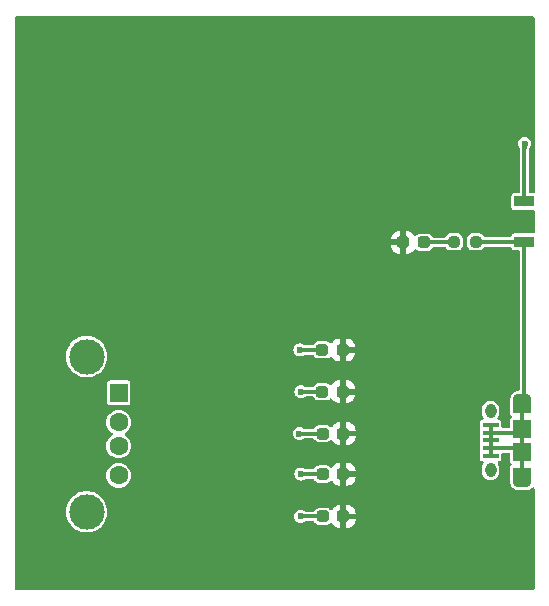
<source format=gbr>
%TF.GenerationSoftware,KiCad,Pcbnew,8.0.0*%
%TF.CreationDate,2024-02-28T17:19:02+01:00*%
%TF.ProjectId,carte-test-cable-usb,63617274-652d-4746-9573-742d6361626c,rev?*%
%TF.SameCoordinates,Original*%
%TF.FileFunction,Copper,L1,Top*%
%TF.FilePolarity,Positive*%
%FSLAX46Y46*%
G04 Gerber Fmt 4.6, Leading zero omitted, Abs format (unit mm)*
G04 Created by KiCad (PCBNEW 8.0.0) date 2024-02-28 17:19:02*
%MOMM*%
%LPD*%
G01*
G04 APERTURE LIST*
G04 Aperture macros list*
%AMRoundRect*
0 Rectangle with rounded corners*
0 $1 Rounding radius*
0 $2 $3 $4 $5 $6 $7 $8 $9 X,Y pos of 4 corners*
0 Add a 4 corners polygon primitive as box body*
4,1,4,$2,$3,$4,$5,$6,$7,$8,$9,$2,$3,0*
0 Add four circle primitives for the rounded corners*
1,1,$1+$1,$2,$3*
1,1,$1+$1,$4,$5*
1,1,$1+$1,$6,$7*
1,1,$1+$1,$8,$9*
0 Add four rect primitives between the rounded corners*
20,1,$1+$1,$2,$3,$4,$5,0*
20,1,$1+$1,$4,$5,$6,$7,0*
20,1,$1+$1,$6,$7,$8,$9,0*
20,1,$1+$1,$8,$9,$2,$3,0*%
G04 Aperture macros list end*
%TA.AperFunction,SMDPad,CuDef*%
%ADD10RoundRect,0.237500X0.250000X0.237500X-0.250000X0.237500X-0.250000X-0.237500X0.250000X-0.237500X0*%
%TD*%
%TA.AperFunction,SMDPad,CuDef*%
%ADD11R,1.700000X0.900000*%
%TD*%
%TA.AperFunction,SMDPad,CuDef*%
%ADD12R,1.350000X0.400000*%
%TD*%
%TA.AperFunction,ComponentPad*%
%ADD13O,1.550000X0.890000*%
%TD*%
%TA.AperFunction,SMDPad,CuDef*%
%ADD14R,1.550000X1.200000*%
%TD*%
%TA.AperFunction,ComponentPad*%
%ADD15O,0.950000X1.250000*%
%TD*%
%TA.AperFunction,SMDPad,CuDef*%
%ADD16R,1.550000X1.500000*%
%TD*%
%TA.AperFunction,ComponentPad*%
%ADD17R,1.500000X1.600000*%
%TD*%
%TA.AperFunction,ComponentPad*%
%ADD18C,1.600000*%
%TD*%
%TA.AperFunction,ComponentPad*%
%ADD19C,3.000000*%
%TD*%
%TA.AperFunction,SMDPad,CuDef*%
%ADD20RoundRect,0.237500X0.287500X0.237500X-0.287500X0.237500X-0.287500X-0.237500X0.287500X-0.237500X0*%
%TD*%
%TA.AperFunction,SMDPad,CuDef*%
%ADD21RoundRect,0.237500X-0.287500X-0.237500X0.287500X-0.237500X0.287500X0.237500X-0.287500X0.237500X0*%
%TD*%
%TA.AperFunction,ViaPad*%
%ADD22C,0.600000*%
%TD*%
%TA.AperFunction,Conductor*%
%ADD23C,0.300000*%
%TD*%
G04 APERTURE END LIST*
D10*
%TO.P,R1,1*%
%TO.N,/Vcc*%
X158222500Y-88220000D03*
%TO.P,R1,2*%
%TO.N,Net-(D1-A)*%
X156397500Y-88220000D03*
%TD*%
D11*
%TO.P,JP1,1,A*%
%TO.N,Net-(BT1-+)*%
X162350000Y-84800000D03*
%TO.P,JP1,2,B*%
%TO.N,/Vcc*%
X162350000Y-88200000D03*
%TD*%
D12*
%TO.P,J2,1,VBUS*%
%TO.N,/Vcc*%
X159483037Y-106336607D03*
%TO.P,J2,2,D-*%
X159483037Y-105686607D03*
%TO.P,J2,3,D+*%
X159483037Y-105036607D03*
%TO.P,J2,4,ID*%
X159483037Y-104386607D03*
%TO.P,J2,5,GND*%
X159483037Y-103736607D03*
D13*
%TO.P,J2,6,Shield*%
X162183037Y-108536607D03*
D14*
X162183037Y-107936607D03*
D15*
X159483037Y-107536607D03*
D16*
X162183037Y-106036607D03*
X162183037Y-104036607D03*
D15*
X159483037Y-102536607D03*
D14*
X162183037Y-102136607D03*
D13*
X162183037Y-101536607D03*
%TD*%
D17*
%TO.P,J1,1,VBUS*%
%TO.N,Net-(J1-VBUS)*%
X128000000Y-101000000D03*
D18*
%TO.P,J1,2,D-*%
%TO.N,Net-(J1-D-)*%
X128000000Y-103500000D03*
%TO.P,J1,3,D+*%
%TO.N,Net-(J1-D+)*%
X128000000Y-105500000D03*
%TO.P,J1,4,GND*%
%TO.N,Net-(J1-GND)*%
X128000000Y-108000000D03*
D19*
%TO.P,J1,5,Shield*%
%TO.N,Net-(J1-Shield)*%
X125290000Y-97930000D03*
X125290000Y-111070000D03*
%TD*%
D20*
%TO.P,D6,2,A*%
%TO.N,Net-(D6-A)*%
X145250000Y-100900000D03*
%TO.P,D6,1,K*%
%TO.N,/Gnd*%
X147000000Y-100900000D03*
%TD*%
%TO.P,D5,2,A*%
%TO.N,Net-(D5-A)*%
X145280000Y-107880000D03*
%TO.P,D5,1,K*%
%TO.N,/Gnd*%
X147030000Y-107880000D03*
%TD*%
%TO.P,D4,1,K*%
%TO.N,/Gnd*%
X147030000Y-104450000D03*
%TO.P,D4,2,A*%
%TO.N,Net-(D4-A)*%
X145280000Y-104450000D03*
%TD*%
%TO.P,D3,2,A*%
%TO.N,Net-(D3-A)*%
X145280000Y-111470000D03*
%TO.P,D3,1,K*%
%TO.N,/Gnd*%
X147030000Y-111470000D03*
%TD*%
%TO.P,D2,2,A*%
%TO.N,Net-(D2-A)*%
X145250000Y-97370000D03*
%TO.P,D2,1,K*%
%TO.N,/Gnd*%
X147000000Y-97370000D03*
%TD*%
D21*
%TO.P,D1,1,K*%
%TO.N,/Gnd*%
X152090000Y-88260000D03*
%TO.P,D1,2,A*%
%TO.N,Net-(D1-A)*%
X153840000Y-88260000D03*
%TD*%
D22*
%TO.N,/Gnd*%
X130680000Y-85060000D03*
%TO.N,Net-(BT1-+)*%
X162370000Y-79900000D03*
%TO.N,Net-(D3-A)*%
X143400000Y-111460000D03*
%TO.N,Net-(D5-A)*%
X143440000Y-107880000D03*
%TO.N,Net-(D4-A)*%
X143300000Y-104450000D03*
%TO.N,Net-(D6-A)*%
X143430000Y-100900000D03*
%TO.N,Net-(D2-A)*%
X143350000Y-97370000D03*
%TD*%
D23*
%TO.N,/Vcc*%
X158222500Y-88220000D02*
X162330000Y-88220000D01*
X162330000Y-88220000D02*
X162350000Y-88200000D01*
X162330000Y-88180000D02*
X162350000Y-88200000D01*
X161833037Y-105686607D02*
X162183037Y-106036607D01*
X159483037Y-105686607D02*
X161833037Y-105686607D01*
X161833037Y-104386607D02*
X162183037Y-104036607D01*
X159483037Y-104386607D02*
X161833037Y-104386607D01*
X159483037Y-106336607D02*
X159483037Y-105686607D01*
X159483037Y-105686607D02*
X159483037Y-105036607D01*
X159483037Y-105036607D02*
X159483037Y-104386607D01*
X159483037Y-103736607D02*
X159483037Y-104386607D01*
X162183037Y-106036607D02*
X162183037Y-107936607D01*
X162183037Y-104036607D02*
X162183037Y-106036607D01*
X162183037Y-102136607D02*
X162183037Y-104036607D01*
X162350000Y-101969644D02*
X162183037Y-102136607D01*
X162350000Y-88200000D02*
X162350000Y-101969644D01*
%TO.N,Net-(BT1-+)*%
X162350000Y-80270000D02*
X162350000Y-84800000D01*
X162370000Y-79900000D02*
X162370000Y-80250000D01*
X162370000Y-80250000D02*
X162350000Y-80270000D01*
%TO.N,Net-(D1-A)*%
X156357500Y-88260000D02*
X156397500Y-88220000D01*
X153840000Y-88260000D02*
X156357500Y-88260000D01*
%TO.N,Net-(D3-A)*%
X143410000Y-111470000D02*
X143400000Y-111460000D01*
X145280000Y-111470000D02*
X143410000Y-111470000D01*
%TO.N,Net-(D5-A)*%
X145280000Y-107880000D02*
X143440000Y-107880000D01*
%TO.N,Net-(D4-A)*%
X145280000Y-104450000D02*
X143300000Y-104450000D01*
%TO.N,Net-(D6-A)*%
X145250000Y-100900000D02*
X143430000Y-100900000D01*
%TO.N,Net-(D2-A)*%
X145250000Y-97370000D02*
X143350000Y-97370000D01*
%TD*%
%TA.AperFunction,Conductor*%
%TO.N,/Gnd*%
G36*
X163152539Y-69150185D02*
G01*
X163198294Y-69202989D01*
X163209500Y-69254500D01*
X163209500Y-83975500D01*
X163189815Y-84042539D01*
X163137011Y-84088294D01*
X163085500Y-84099500D01*
X162874500Y-84099500D01*
X162807461Y-84079815D01*
X162761706Y-84027011D01*
X162750500Y-83975500D01*
X162750500Y-80393693D01*
X162754725Y-80361601D01*
X162772504Y-80295246D01*
X162793901Y-80251854D01*
X162850861Y-80177625D01*
X162906330Y-80043709D01*
X162925250Y-79900000D01*
X162906330Y-79756291D01*
X162850861Y-79622375D01*
X162762621Y-79507379D01*
X162647625Y-79419139D01*
X162647624Y-79419138D01*
X162647622Y-79419137D01*
X162513712Y-79363671D01*
X162513710Y-79363670D01*
X162513709Y-79363670D01*
X162441854Y-79354210D01*
X162370001Y-79344750D01*
X162369999Y-79344750D01*
X162226291Y-79363670D01*
X162226287Y-79363671D01*
X162092377Y-79419137D01*
X161977379Y-79507379D01*
X161889137Y-79622377D01*
X161833671Y-79756287D01*
X161833670Y-79756291D01*
X161814750Y-79899999D01*
X161814750Y-79900000D01*
X161833670Y-80043708D01*
X161833671Y-80043712D01*
X161889137Y-80177622D01*
X161889138Y-80177624D01*
X161889139Y-80177625D01*
X161923875Y-80222894D01*
X161949070Y-80288061D01*
X161949500Y-80298380D01*
X161949500Y-83975500D01*
X161929815Y-84042539D01*
X161877011Y-84088294D01*
X161825500Y-84099500D01*
X161475323Y-84099500D01*
X161402264Y-84114032D01*
X161402260Y-84114033D01*
X161319399Y-84169399D01*
X161264033Y-84252260D01*
X161264032Y-84252264D01*
X161249500Y-84325321D01*
X161249500Y-85274678D01*
X161264032Y-85347735D01*
X161264033Y-85347739D01*
X161264034Y-85347740D01*
X161319399Y-85430601D01*
X161402260Y-85485966D01*
X161402264Y-85485967D01*
X161475321Y-85500499D01*
X161475324Y-85500500D01*
X161475326Y-85500500D01*
X163085500Y-85500500D01*
X163152539Y-85520185D01*
X163198294Y-85572989D01*
X163209500Y-85624500D01*
X163209500Y-87375500D01*
X163189815Y-87442539D01*
X163137011Y-87488294D01*
X163085500Y-87499500D01*
X161475323Y-87499500D01*
X161402264Y-87514032D01*
X161402260Y-87514033D01*
X161319399Y-87569399D01*
X161264033Y-87652260D01*
X161264032Y-87652263D01*
X161250620Y-87719692D01*
X161218235Y-87781603D01*
X161157519Y-87816177D01*
X161129003Y-87819500D01*
X159018639Y-87819500D01*
X158951600Y-87799815D01*
X158911122Y-87753101D01*
X158909463Y-87754007D01*
X158905212Y-87746222D01*
X158889569Y-87725326D01*
X158821116Y-87633884D01*
X158734975Y-87569399D01*
X158708780Y-87549789D01*
X158708778Y-87549788D01*
X158682144Y-87539854D01*
X158577299Y-87500748D01*
X158519190Y-87494500D01*
X158519174Y-87494500D01*
X157925826Y-87494500D01*
X157925809Y-87494500D01*
X157867700Y-87500748D01*
X157736219Y-87549789D01*
X157623884Y-87633884D01*
X157539789Y-87746219D01*
X157490748Y-87877700D01*
X157484500Y-87935809D01*
X157484500Y-88504190D01*
X157490748Y-88562299D01*
X157512573Y-88620812D01*
X157539788Y-88693778D01*
X157623884Y-88806116D01*
X157736222Y-88890212D01*
X157816583Y-88920185D01*
X157867700Y-88939251D01*
X157925809Y-88945499D01*
X157925826Y-88945500D01*
X158519174Y-88945500D01*
X158519190Y-88945499D01*
X158577299Y-88939251D01*
X158708778Y-88890212D01*
X158821116Y-88806116D01*
X158905212Y-88693778D01*
X158905213Y-88693774D01*
X158909463Y-88685993D01*
X158912545Y-88687676D01*
X158944374Y-88645199D01*
X159009850Y-88620812D01*
X159018639Y-88620500D01*
X161136960Y-88620500D01*
X161203999Y-88640185D01*
X161249754Y-88692989D01*
X161258577Y-88720309D01*
X161264032Y-88747736D01*
X161264033Y-88747739D01*
X161264034Y-88747740D01*
X161319399Y-88830601D01*
X161380478Y-88871412D01*
X161402260Y-88885966D01*
X161402264Y-88885967D01*
X161475321Y-88900499D01*
X161475324Y-88900500D01*
X161475326Y-88900500D01*
X161825500Y-88900500D01*
X161892539Y-88920185D01*
X161938294Y-88972989D01*
X161949500Y-89024500D01*
X161949500Y-100717107D01*
X161929815Y-100784146D01*
X161877011Y-100829901D01*
X161825500Y-100841107D01*
X161784534Y-100841107D01*
X161650172Y-100867833D01*
X161650162Y-100867836D01*
X161523600Y-100920259D01*
X161523587Y-100920266D01*
X161409682Y-100996376D01*
X161409678Y-100996379D01*
X161312809Y-101093248D01*
X161312806Y-101093252D01*
X161236696Y-101207157D01*
X161236689Y-101207170D01*
X161184266Y-101333732D01*
X161184263Y-101333742D01*
X161157537Y-101468103D01*
X161157537Y-102761285D01*
X161172069Y-102834342D01*
X161172070Y-102834346D01*
X161172071Y-102834347D01*
X161227436Y-102917208D01*
X161227437Y-102917208D01*
X161227438Y-102917210D01*
X161234154Y-102923926D01*
X161267639Y-102985249D01*
X161262655Y-103054941D01*
X161234154Y-103099288D01*
X161227438Y-103106003D01*
X161172070Y-103188867D01*
X161172069Y-103188871D01*
X161157537Y-103261928D01*
X161157537Y-103862107D01*
X161137852Y-103929146D01*
X161085048Y-103974901D01*
X161033537Y-103986107D01*
X160532537Y-103986107D01*
X160465498Y-103966422D01*
X160419743Y-103913618D01*
X160408537Y-103862107D01*
X160408537Y-103511930D01*
X160408536Y-103511928D01*
X160394004Y-103438871D01*
X160394003Y-103438867D01*
X160338638Y-103356006D01*
X160255777Y-103300641D01*
X160255776Y-103300640D01*
X160255772Y-103300639D01*
X160182715Y-103286107D01*
X160176651Y-103285510D01*
X160176884Y-103283135D01*
X160119964Y-103266422D01*
X160074209Y-103213618D01*
X160064265Y-103144460D01*
X160083901Y-103093216D01*
X160125962Y-103030266D01*
X160125962Y-103030265D01*
X160125966Y-103030260D01*
X160180656Y-102898227D01*
X160208537Y-102758062D01*
X160208537Y-102315152D01*
X160208537Y-102315149D01*
X160180657Y-102174992D01*
X160180656Y-102174991D01*
X160180656Y-102174987D01*
X160125966Y-102042954D01*
X160125965Y-102042953D01*
X160125962Y-102042947D01*
X160046569Y-101924128D01*
X160046566Y-101924124D01*
X159945519Y-101823077D01*
X159945515Y-101823074D01*
X159826696Y-101743681D01*
X159826687Y-101743676D01*
X159694657Y-101688988D01*
X159694651Y-101688986D01*
X159554494Y-101661107D01*
X159554492Y-101661107D01*
X159411582Y-101661107D01*
X159411580Y-101661107D01*
X159271422Y-101688986D01*
X159271416Y-101688988D01*
X159139386Y-101743676D01*
X159139377Y-101743681D01*
X159020558Y-101823074D01*
X159020554Y-101823077D01*
X158919507Y-101924124D01*
X158919504Y-101924128D01*
X158840111Y-102042947D01*
X158840106Y-102042956D01*
X158785418Y-102174986D01*
X158785416Y-102174992D01*
X158757537Y-102315149D01*
X158757537Y-102315152D01*
X158757537Y-102758062D01*
X158757537Y-102758064D01*
X158757536Y-102758064D01*
X158785416Y-102898221D01*
X158785418Y-102898227D01*
X158840106Y-103030257D01*
X158840111Y-103030266D01*
X158882173Y-103093216D01*
X158903051Y-103159894D01*
X158884566Y-103227274D01*
X158832587Y-103273964D01*
X158789254Y-103283796D01*
X158789423Y-103285510D01*
X158783358Y-103286107D01*
X158710301Y-103300639D01*
X158710297Y-103300640D01*
X158627436Y-103356006D01*
X158572070Y-103438867D01*
X158572069Y-103438871D01*
X158557537Y-103511928D01*
X158557537Y-103961280D01*
X158572681Y-104037417D01*
X158572681Y-104085797D01*
X158557537Y-104161933D01*
X158557537Y-104611280D01*
X158572681Y-104687417D01*
X158572681Y-104735797D01*
X158557537Y-104811933D01*
X158557537Y-105261280D01*
X158572681Y-105337417D01*
X158572681Y-105385797D01*
X158557537Y-105461933D01*
X158557537Y-105911280D01*
X158572681Y-105987417D01*
X158572681Y-106035797D01*
X158557537Y-106111933D01*
X158557537Y-106561285D01*
X158572069Y-106634342D01*
X158572070Y-106634346D01*
X158572071Y-106634347D01*
X158627436Y-106717208D01*
X158710297Y-106772573D01*
X158710301Y-106772574D01*
X158781470Y-106786730D01*
X158783363Y-106787107D01*
X158783368Y-106787107D01*
X158789423Y-106787704D01*
X158789189Y-106790078D01*
X158846110Y-106806792D01*
X158891865Y-106859596D01*
X158901809Y-106928754D01*
X158882173Y-106979998D01*
X158840111Y-107042947D01*
X158840106Y-107042956D01*
X158785418Y-107174986D01*
X158785416Y-107174992D01*
X158757537Y-107315149D01*
X158757537Y-107315152D01*
X158757537Y-107758062D01*
X158757537Y-107758064D01*
X158757536Y-107758064D01*
X158785416Y-107898221D01*
X158785418Y-107898227D01*
X158840106Y-108030257D01*
X158840111Y-108030266D01*
X158919504Y-108149085D01*
X158919507Y-108149089D01*
X159020554Y-108250136D01*
X159020558Y-108250139D01*
X159139377Y-108329532D01*
X159139383Y-108329535D01*
X159139384Y-108329536D01*
X159271417Y-108384226D01*
X159271421Y-108384226D01*
X159271422Y-108384227D01*
X159411579Y-108412107D01*
X159411582Y-108412107D01*
X159554494Y-108412107D01*
X159648788Y-108393349D01*
X159694657Y-108384226D01*
X159826690Y-108329536D01*
X159945516Y-108250139D01*
X160046569Y-108149086D01*
X160125966Y-108030260D01*
X160180656Y-107898227D01*
X160208537Y-107758062D01*
X160208537Y-107315152D01*
X160208537Y-107315149D01*
X160180657Y-107174992D01*
X160180656Y-107174991D01*
X160180656Y-107174987D01*
X160138355Y-107072865D01*
X160125967Y-107042956D01*
X160125962Y-107042947D01*
X160083901Y-106979998D01*
X160063023Y-106913320D01*
X160081508Y-106845940D01*
X160133487Y-106799250D01*
X160176819Y-106789417D01*
X160176651Y-106787704D01*
X160182705Y-106787107D01*
X160182711Y-106787107D01*
X160255777Y-106772573D01*
X160338638Y-106717208D01*
X160394003Y-106634347D01*
X160408537Y-106561281D01*
X160408537Y-106211107D01*
X160428222Y-106144068D01*
X160481026Y-106098313D01*
X160532537Y-106087107D01*
X161033537Y-106087107D01*
X161100576Y-106106792D01*
X161146331Y-106159596D01*
X161157537Y-106211107D01*
X161157537Y-106811285D01*
X161172069Y-106884342D01*
X161172070Y-106884346D01*
X161172071Y-106884347D01*
X161227436Y-106967208D01*
X161227437Y-106967208D01*
X161227438Y-106967210D01*
X161234154Y-106973926D01*
X161267639Y-107035249D01*
X161262655Y-107104941D01*
X161234154Y-107149288D01*
X161227438Y-107156003D01*
X161172070Y-107238867D01*
X161172069Y-107238871D01*
X161157537Y-107311928D01*
X161157537Y-107311933D01*
X161157537Y-108468106D01*
X161157537Y-108605108D01*
X161157537Y-108605110D01*
X161157536Y-108605110D01*
X161184263Y-108739471D01*
X161184266Y-108739481D01*
X161236689Y-108866043D01*
X161236696Y-108866056D01*
X161312806Y-108979961D01*
X161312809Y-108979965D01*
X161409678Y-109076834D01*
X161409682Y-109076837D01*
X161523587Y-109152947D01*
X161523600Y-109152954D01*
X161650162Y-109205377D01*
X161650167Y-109205379D01*
X161650171Y-109205379D01*
X161650172Y-109205380D01*
X161784533Y-109232107D01*
X161784536Y-109232107D01*
X162581540Y-109232107D01*
X162671935Y-109214125D01*
X162715907Y-109205379D01*
X162842480Y-109152951D01*
X162956392Y-109076837D01*
X162956395Y-109076834D01*
X162997819Y-109035411D01*
X163059142Y-109001926D01*
X163128834Y-109006910D01*
X163184767Y-109048782D01*
X163209184Y-109114246D01*
X163209500Y-109123092D01*
X163209500Y-117555500D01*
X163189815Y-117622539D01*
X163137011Y-117668294D01*
X163085500Y-117679500D01*
X119334500Y-117679500D01*
X119267461Y-117659815D01*
X119221706Y-117607011D01*
X119210500Y-117555500D01*
X119210500Y-111070004D01*
X123534592Y-111070004D01*
X123554196Y-111331620D01*
X123554197Y-111331625D01*
X123612576Y-111587402D01*
X123612578Y-111587411D01*
X123612580Y-111587416D01*
X123708432Y-111831643D01*
X123839614Y-112058857D01*
X123948583Y-112195500D01*
X124003198Y-112263985D01*
X124128722Y-112380453D01*
X124195521Y-112442433D01*
X124412296Y-112590228D01*
X124412301Y-112590230D01*
X124412302Y-112590231D01*
X124412303Y-112590232D01*
X124537843Y-112650688D01*
X124648673Y-112704061D01*
X124648674Y-112704061D01*
X124648677Y-112704063D01*
X124899385Y-112781396D01*
X125158818Y-112820500D01*
X125421182Y-112820500D01*
X125680615Y-112781396D01*
X125931323Y-112704063D01*
X126167704Y-112590228D01*
X126384479Y-112442433D01*
X126548820Y-112289947D01*
X126576801Y-112263985D01*
X126576801Y-112263983D01*
X126576805Y-112263981D01*
X126740386Y-112058857D01*
X126871568Y-111831643D01*
X126967420Y-111587416D01*
X126996502Y-111460000D01*
X142844750Y-111460000D01*
X142863670Y-111603708D01*
X142863671Y-111603712D01*
X142919137Y-111737622D01*
X142919138Y-111737624D01*
X142919139Y-111737625D01*
X143007379Y-111852621D01*
X143122375Y-111940861D01*
X143122376Y-111940861D01*
X143122377Y-111940862D01*
X143129415Y-111943777D01*
X143256291Y-111996330D01*
X143383280Y-112013048D01*
X143399999Y-112015250D01*
X143400000Y-112015250D01*
X143400001Y-112015250D01*
X143414977Y-112013278D01*
X143543709Y-111996330D01*
X143677625Y-111940861D01*
X143735929Y-111896123D01*
X143801098Y-111870930D01*
X143811414Y-111870500D01*
X144446361Y-111870500D01*
X144513400Y-111890185D01*
X144553877Y-111936898D01*
X144555537Y-111935993D01*
X144559787Y-111943777D01*
X144559788Y-111943778D01*
X144643884Y-112056116D01*
X144756222Y-112140212D01*
X144830816Y-112168034D01*
X144887700Y-112189251D01*
X144945809Y-112195499D01*
X144945826Y-112195500D01*
X145614174Y-112195500D01*
X145614190Y-112195499D01*
X145672299Y-112189251D01*
X145803778Y-112140212D01*
X145916116Y-112056116D01*
X145916117Y-112056114D01*
X145923215Y-112050801D01*
X145924634Y-112052697D01*
X145974709Y-112025346D01*
X146044401Y-112030321D01*
X146100341Y-112072185D01*
X146106622Y-112081411D01*
X146160054Y-112168037D01*
X146281961Y-112289944D01*
X146281965Y-112289947D01*
X146428688Y-112380448D01*
X146428699Y-112380453D01*
X146592347Y-112434680D01*
X146693351Y-112444999D01*
X146780000Y-112444998D01*
X146780000Y-111720000D01*
X147280000Y-111720000D01*
X147280000Y-112444999D01*
X147366640Y-112444999D01*
X147366654Y-112444998D01*
X147467652Y-112434680D01*
X147631300Y-112380453D01*
X147631311Y-112380448D01*
X147778034Y-112289947D01*
X147778038Y-112289944D01*
X147899944Y-112168038D01*
X147899947Y-112168034D01*
X147990448Y-112021311D01*
X147990453Y-112021300D01*
X148044680Y-111857652D01*
X148054999Y-111756654D01*
X148055000Y-111756641D01*
X148055000Y-111720000D01*
X147280000Y-111720000D01*
X146780000Y-111720000D01*
X146780000Y-110495000D01*
X147280000Y-110495000D01*
X147280000Y-111220000D01*
X148054999Y-111220000D01*
X148054999Y-111183360D01*
X148054998Y-111183345D01*
X148044680Y-111082347D01*
X147990453Y-110918699D01*
X147990448Y-110918688D01*
X147899947Y-110771965D01*
X147899944Y-110771961D01*
X147778038Y-110650055D01*
X147778034Y-110650052D01*
X147631311Y-110559551D01*
X147631300Y-110559546D01*
X147467652Y-110505319D01*
X147366654Y-110495000D01*
X147280000Y-110495000D01*
X146780000Y-110495000D01*
X146779999Y-110494999D01*
X146693360Y-110495000D01*
X146693343Y-110495001D01*
X146592347Y-110505319D01*
X146428699Y-110559546D01*
X146428688Y-110559551D01*
X146281965Y-110650052D01*
X146281961Y-110650055D01*
X146160054Y-110771962D01*
X146106622Y-110858588D01*
X146054673Y-110905312D01*
X145985711Y-110916533D01*
X145921629Y-110888689D01*
X145917532Y-110884944D01*
X145803780Y-110799789D01*
X145803778Y-110799788D01*
X145777144Y-110789854D01*
X145672299Y-110750748D01*
X145614190Y-110744500D01*
X145614174Y-110744500D01*
X144945826Y-110744500D01*
X144945809Y-110744500D01*
X144887700Y-110750748D01*
X144756219Y-110799789D01*
X144643884Y-110883884D01*
X144559787Y-110996222D01*
X144555537Y-111004007D01*
X144552454Y-111002323D01*
X144520626Y-111044801D01*
X144455150Y-111069188D01*
X144446361Y-111069500D01*
X143837478Y-111069500D01*
X143770439Y-111049815D01*
X143761992Y-111043876D01*
X143677625Y-110979139D01*
X143677623Y-110979138D01*
X143543712Y-110923671D01*
X143543710Y-110923670D01*
X143543709Y-110923670D01*
X143471854Y-110914210D01*
X143400001Y-110904750D01*
X143399999Y-110904750D01*
X143256291Y-110923670D01*
X143256287Y-110923671D01*
X143122377Y-110979137D01*
X143007379Y-111067379D01*
X142919137Y-111182377D01*
X142863671Y-111316287D01*
X142863670Y-111316291D01*
X142844750Y-111459999D01*
X142844750Y-111460000D01*
X126996502Y-111460000D01*
X127025802Y-111331630D01*
X127025803Y-111331620D01*
X127045408Y-111070004D01*
X127045408Y-111069995D01*
X127025803Y-110808379D01*
X127025802Y-110808374D01*
X127025802Y-110808370D01*
X126967420Y-110552584D01*
X126871568Y-110308357D01*
X126740386Y-110081143D01*
X126576805Y-109876019D01*
X126576804Y-109876018D01*
X126576801Y-109876014D01*
X126384479Y-109697567D01*
X126167704Y-109549772D01*
X126167700Y-109549770D01*
X126167697Y-109549768D01*
X126167696Y-109549767D01*
X125931325Y-109435938D01*
X125931327Y-109435938D01*
X125680623Y-109358606D01*
X125680619Y-109358605D01*
X125680615Y-109358604D01*
X125555823Y-109339794D01*
X125421187Y-109319500D01*
X125421182Y-109319500D01*
X125158818Y-109319500D01*
X125158812Y-109319500D01*
X124997247Y-109343853D01*
X124899385Y-109358604D01*
X124899382Y-109358605D01*
X124899376Y-109358606D01*
X124648673Y-109435938D01*
X124412303Y-109549767D01*
X124412302Y-109549768D01*
X124195520Y-109697567D01*
X124003198Y-109876014D01*
X123839614Y-110081143D01*
X123708432Y-110308356D01*
X123612582Y-110552578D01*
X123612576Y-110552597D01*
X123554197Y-110808374D01*
X123554196Y-110808379D01*
X123534592Y-111069995D01*
X123534592Y-111070004D01*
X119210500Y-111070004D01*
X119210500Y-108000000D01*
X126944417Y-108000000D01*
X126964699Y-108205932D01*
X126993290Y-108300185D01*
X127024768Y-108403954D01*
X127122315Y-108586450D01*
X127137627Y-108605108D01*
X127253589Y-108746410D01*
X127350209Y-108825702D01*
X127413550Y-108877685D01*
X127596046Y-108975232D01*
X127794066Y-109035300D01*
X127794065Y-109035300D01*
X127812529Y-109037118D01*
X128000000Y-109055583D01*
X128205934Y-109035300D01*
X128403954Y-108975232D01*
X128586450Y-108877685D01*
X128746410Y-108746410D01*
X128877685Y-108586450D01*
X128975232Y-108403954D01*
X129035300Y-108205934D01*
X129055583Y-108000000D01*
X129043764Y-107880000D01*
X142884750Y-107880000D01*
X142903670Y-108023708D01*
X142903671Y-108023712D01*
X142959137Y-108157622D01*
X142959138Y-108157624D01*
X142959139Y-108157625D01*
X143047379Y-108272621D01*
X143162375Y-108360861D01*
X143296291Y-108416330D01*
X143423280Y-108433048D01*
X143439999Y-108435250D01*
X143440000Y-108435250D01*
X143440001Y-108435250D01*
X143454977Y-108433278D01*
X143583709Y-108416330D01*
X143717625Y-108360861D01*
X143764280Y-108325060D01*
X143788960Y-108306124D01*
X143854129Y-108280930D01*
X143864446Y-108280500D01*
X144446361Y-108280500D01*
X144513400Y-108300185D01*
X144553877Y-108346898D01*
X144555537Y-108345993D01*
X144559787Y-108353777D01*
X144565090Y-108360861D01*
X144643884Y-108466116D01*
X144756222Y-108550212D01*
X144830816Y-108578034D01*
X144887700Y-108599251D01*
X144945809Y-108605499D01*
X144945826Y-108605500D01*
X145614174Y-108605500D01*
X145614190Y-108605499D01*
X145672299Y-108599251D01*
X145803778Y-108550212D01*
X145916116Y-108466116D01*
X145916117Y-108466114D01*
X145923215Y-108460801D01*
X145924634Y-108462697D01*
X145974709Y-108435346D01*
X146044401Y-108440321D01*
X146100341Y-108482185D01*
X146106622Y-108491411D01*
X146160054Y-108578037D01*
X146281961Y-108699944D01*
X146281965Y-108699947D01*
X146428688Y-108790448D01*
X146428699Y-108790453D01*
X146592347Y-108844680D01*
X146693351Y-108854999D01*
X146780000Y-108854998D01*
X146780000Y-108130000D01*
X147280000Y-108130000D01*
X147280000Y-108854999D01*
X147366640Y-108854999D01*
X147366654Y-108854998D01*
X147467652Y-108844680D01*
X147631300Y-108790453D01*
X147631311Y-108790448D01*
X147778034Y-108699947D01*
X147778038Y-108699944D01*
X147899944Y-108578038D01*
X147899947Y-108578034D01*
X147990448Y-108431311D01*
X147990453Y-108431300D01*
X148044680Y-108267652D01*
X148054999Y-108166654D01*
X148055000Y-108166641D01*
X148055000Y-108130000D01*
X147280000Y-108130000D01*
X146780000Y-108130000D01*
X146780000Y-106905000D01*
X147280000Y-106905000D01*
X147280000Y-107630000D01*
X148054999Y-107630000D01*
X148054999Y-107593360D01*
X148054998Y-107593345D01*
X148044680Y-107492347D01*
X147990453Y-107328699D01*
X147990448Y-107328688D01*
X147899947Y-107181965D01*
X147899944Y-107181961D01*
X147778038Y-107060055D01*
X147778034Y-107060052D01*
X147631311Y-106969551D01*
X147631300Y-106969546D01*
X147467652Y-106915319D01*
X147366654Y-106905000D01*
X147280000Y-106905000D01*
X146780000Y-106905000D01*
X146779999Y-106904999D01*
X146693360Y-106905000D01*
X146693343Y-106905001D01*
X146592347Y-106915319D01*
X146428699Y-106969546D01*
X146428688Y-106969551D01*
X146281965Y-107060052D01*
X146281961Y-107060055D01*
X146160054Y-107181962D01*
X146106622Y-107268588D01*
X146054673Y-107315312D01*
X145985711Y-107326533D01*
X145921629Y-107298689D01*
X145917532Y-107294944D01*
X145803780Y-107209789D01*
X145803778Y-107209788D01*
X145777144Y-107199854D01*
X145672299Y-107160748D01*
X145614190Y-107154500D01*
X145614174Y-107154500D01*
X144945826Y-107154500D01*
X144945809Y-107154500D01*
X144887700Y-107160748D01*
X144756219Y-107209789D01*
X144643884Y-107293884D01*
X144559787Y-107406222D01*
X144555537Y-107414007D01*
X144552454Y-107412323D01*
X144520626Y-107454801D01*
X144455150Y-107479188D01*
X144446361Y-107479500D01*
X143864446Y-107479500D01*
X143797407Y-107459815D01*
X143788960Y-107453876D01*
X143717625Y-107399139D01*
X143717623Y-107399138D01*
X143583712Y-107343671D01*
X143583710Y-107343670D01*
X143583709Y-107343670D01*
X143511854Y-107334210D01*
X143440001Y-107324750D01*
X143439999Y-107324750D01*
X143296291Y-107343670D01*
X143296287Y-107343671D01*
X143162377Y-107399137D01*
X143047379Y-107487379D01*
X142959137Y-107602377D01*
X142903671Y-107736287D01*
X142903670Y-107736291D01*
X142884750Y-107879999D01*
X142884750Y-107880000D01*
X129043764Y-107880000D01*
X129035300Y-107794066D01*
X128975232Y-107596046D01*
X128877685Y-107413550D01*
X128808041Y-107328688D01*
X128746410Y-107253589D01*
X128586452Y-107122317D01*
X128586453Y-107122317D01*
X128586450Y-107122315D01*
X128403954Y-107024768D01*
X128205934Y-106964700D01*
X128205932Y-106964699D01*
X128205934Y-106964699D01*
X128000000Y-106944417D01*
X127794067Y-106964699D01*
X127596043Y-107024769D01*
X127530029Y-107060055D01*
X127413550Y-107122315D01*
X127413548Y-107122316D01*
X127413547Y-107122317D01*
X127253589Y-107253589D01*
X127122317Y-107413547D01*
X127024769Y-107596043D01*
X126964699Y-107794067D01*
X126944417Y-108000000D01*
X119210500Y-108000000D01*
X119210500Y-105500000D01*
X126944417Y-105500000D01*
X126964699Y-105705932D01*
X126964700Y-105705934D01*
X127024768Y-105903954D01*
X127122315Y-106086450D01*
X127132051Y-106098313D01*
X127253589Y-106246410D01*
X127350209Y-106325702D01*
X127413550Y-106377685D01*
X127596046Y-106475232D01*
X127794066Y-106535300D01*
X127794065Y-106535300D01*
X127812529Y-106537118D01*
X128000000Y-106555583D01*
X128205934Y-106535300D01*
X128403954Y-106475232D01*
X128586450Y-106377685D01*
X128746410Y-106246410D01*
X128877685Y-106086450D01*
X128975232Y-105903954D01*
X129035300Y-105705934D01*
X129055583Y-105500000D01*
X129035300Y-105294066D01*
X128975232Y-105096046D01*
X128877685Y-104913550D01*
X128819475Y-104842620D01*
X128746410Y-104753589D01*
X128586451Y-104622315D01*
X128562209Y-104609358D01*
X128512365Y-104560396D01*
X128496904Y-104492258D01*
X128512238Y-104450000D01*
X142744750Y-104450000D01*
X142750313Y-104492258D01*
X142763670Y-104593708D01*
X142763671Y-104593712D01*
X142819137Y-104727622D01*
X142819138Y-104727624D01*
X142819139Y-104727625D01*
X142907379Y-104842621D01*
X143022375Y-104930861D01*
X143156291Y-104986330D01*
X143283280Y-105003048D01*
X143299999Y-105005250D01*
X143300000Y-105005250D01*
X143300001Y-105005250D01*
X143314977Y-105003278D01*
X143443709Y-104986330D01*
X143577625Y-104930861D01*
X143638243Y-104884347D01*
X143648960Y-104876124D01*
X143714129Y-104850930D01*
X143724446Y-104850500D01*
X144446361Y-104850500D01*
X144513400Y-104870185D01*
X144553877Y-104916898D01*
X144555537Y-104915993D01*
X144559787Y-104923777D01*
X144565090Y-104930861D01*
X144643884Y-105036116D01*
X144756222Y-105120212D01*
X144830816Y-105148034D01*
X144887700Y-105169251D01*
X144945809Y-105175499D01*
X144945826Y-105175500D01*
X145614174Y-105175500D01*
X145614190Y-105175499D01*
X145672299Y-105169251D01*
X145803778Y-105120212D01*
X145916116Y-105036116D01*
X145916117Y-105036114D01*
X145923215Y-105030801D01*
X145924634Y-105032697D01*
X145974709Y-105005346D01*
X146044401Y-105010321D01*
X146100341Y-105052185D01*
X146106622Y-105061411D01*
X146160054Y-105148037D01*
X146281961Y-105269944D01*
X146281965Y-105269947D01*
X146428688Y-105360448D01*
X146428699Y-105360453D01*
X146592347Y-105414680D01*
X146693351Y-105424999D01*
X146780000Y-105424998D01*
X146780000Y-104700000D01*
X147280000Y-104700000D01*
X147280000Y-105424999D01*
X147366640Y-105424999D01*
X147366654Y-105424998D01*
X147467652Y-105414680D01*
X147631300Y-105360453D01*
X147631311Y-105360448D01*
X147778034Y-105269947D01*
X147778038Y-105269944D01*
X147899944Y-105148038D01*
X147899947Y-105148034D01*
X147990448Y-105001311D01*
X147990453Y-105001300D01*
X148044680Y-104837652D01*
X148054999Y-104736654D01*
X148055000Y-104736641D01*
X148055000Y-104700000D01*
X147280000Y-104700000D01*
X146780000Y-104700000D01*
X146780000Y-103475000D01*
X147280000Y-103475000D01*
X147280000Y-104200000D01*
X148054999Y-104200000D01*
X148054999Y-104163360D01*
X148054998Y-104163345D01*
X148044680Y-104062347D01*
X147990453Y-103898699D01*
X147990448Y-103898688D01*
X147899947Y-103751965D01*
X147899944Y-103751961D01*
X147778038Y-103630055D01*
X147778034Y-103630052D01*
X147631311Y-103539551D01*
X147631300Y-103539546D01*
X147467652Y-103485319D01*
X147366654Y-103475000D01*
X147280000Y-103475000D01*
X146780000Y-103475000D01*
X146779999Y-103474999D01*
X146693360Y-103475000D01*
X146693343Y-103475001D01*
X146592347Y-103485319D01*
X146428699Y-103539546D01*
X146428688Y-103539551D01*
X146281965Y-103630052D01*
X146281961Y-103630055D01*
X146160054Y-103751962D01*
X146106622Y-103838588D01*
X146054673Y-103885312D01*
X145985711Y-103896533D01*
X145921629Y-103868689D01*
X145917532Y-103864944D01*
X145803780Y-103779789D01*
X145803778Y-103779788D01*
X145777144Y-103769854D01*
X145672299Y-103730748D01*
X145614190Y-103724500D01*
X145614174Y-103724500D01*
X144945826Y-103724500D01*
X144945809Y-103724500D01*
X144887700Y-103730748D01*
X144756219Y-103779789D01*
X144643884Y-103863884D01*
X144559787Y-103976222D01*
X144555537Y-103984007D01*
X144552454Y-103982323D01*
X144520626Y-104024801D01*
X144455150Y-104049188D01*
X144446361Y-104049500D01*
X143724446Y-104049500D01*
X143657407Y-104029815D01*
X143648960Y-104023876D01*
X143577625Y-103969139D01*
X143577623Y-103969138D01*
X143443712Y-103913671D01*
X143443710Y-103913670D01*
X143443709Y-103913670D01*
X143369910Y-103903954D01*
X143300001Y-103894750D01*
X143299999Y-103894750D01*
X143156291Y-103913670D01*
X143156287Y-103913671D01*
X143022377Y-103969137D01*
X142907379Y-104057379D01*
X142819137Y-104172377D01*
X142763671Y-104306287D01*
X142763670Y-104306291D01*
X142744750Y-104450000D01*
X128512238Y-104450000D01*
X128520736Y-104426579D01*
X128562209Y-104390642D01*
X128586450Y-104377685D01*
X128746410Y-104246410D01*
X128877685Y-104086450D01*
X128975232Y-103903954D01*
X129035300Y-103705934D01*
X129055583Y-103500000D01*
X129035300Y-103294066D01*
X128975232Y-103096046D01*
X128877685Y-102913550D01*
X128812681Y-102834342D01*
X128746410Y-102753589D01*
X128586452Y-102622317D01*
X128586453Y-102622317D01*
X128586450Y-102622315D01*
X128403954Y-102524768D01*
X128205934Y-102464700D01*
X128205932Y-102464699D01*
X128205934Y-102464699D01*
X128000000Y-102444417D01*
X127794067Y-102464699D01*
X127596043Y-102524769D01*
X127485898Y-102583643D01*
X127413550Y-102622315D01*
X127413548Y-102622316D01*
X127413547Y-102622317D01*
X127253589Y-102753589D01*
X127122317Y-102913547D01*
X127024769Y-103096043D01*
X126964699Y-103294067D01*
X126944417Y-103500000D01*
X126964699Y-103705932D01*
X126964700Y-103705934D01*
X127024768Y-103903954D01*
X127122315Y-104086450D01*
X127122317Y-104086452D01*
X127253589Y-104246410D01*
X127413548Y-104377684D01*
X127437792Y-104390643D01*
X127487635Y-104439606D01*
X127503095Y-104507744D01*
X127479262Y-104573423D01*
X127437792Y-104609357D01*
X127413548Y-104622315D01*
X127253589Y-104753589D01*
X127122317Y-104913547D01*
X127122315Y-104913550D01*
X127093634Y-104967208D01*
X127024769Y-105096043D01*
X126964699Y-105294067D01*
X126944417Y-105500000D01*
X119210500Y-105500000D01*
X119210500Y-101824678D01*
X126999500Y-101824678D01*
X127014032Y-101897735D01*
X127014033Y-101897739D01*
X127014034Y-101897740D01*
X127069399Y-101980601D01*
X127152260Y-102035966D01*
X127152264Y-102035967D01*
X127225321Y-102050499D01*
X127225324Y-102050500D01*
X127225326Y-102050500D01*
X128774676Y-102050500D01*
X128774677Y-102050499D01*
X128847740Y-102035966D01*
X128930601Y-101980601D01*
X128985966Y-101897740D01*
X129000500Y-101824674D01*
X129000500Y-100900000D01*
X142874750Y-100900000D01*
X142892892Y-101037803D01*
X142893670Y-101043708D01*
X142893671Y-101043712D01*
X142949137Y-101177622D01*
X142949138Y-101177624D01*
X142949139Y-101177625D01*
X143037379Y-101292621D01*
X143152375Y-101380861D01*
X143286291Y-101436330D01*
X143413280Y-101453048D01*
X143429999Y-101455250D01*
X143430000Y-101455250D01*
X143430001Y-101455250D01*
X143444977Y-101453278D01*
X143573709Y-101436330D01*
X143707625Y-101380861D01*
X143754280Y-101345060D01*
X143778960Y-101326124D01*
X143844129Y-101300930D01*
X143854446Y-101300500D01*
X144416361Y-101300500D01*
X144483400Y-101320185D01*
X144523877Y-101366898D01*
X144525537Y-101365993D01*
X144529787Y-101373777D01*
X144535090Y-101380861D01*
X144613884Y-101486116D01*
X144726222Y-101570212D01*
X144800816Y-101598034D01*
X144857700Y-101619251D01*
X144915809Y-101625499D01*
X144915826Y-101625500D01*
X145584174Y-101625500D01*
X145584190Y-101625499D01*
X145642299Y-101619251D01*
X145773778Y-101570212D01*
X145886116Y-101486116D01*
X145886117Y-101486114D01*
X145893215Y-101480801D01*
X145894634Y-101482697D01*
X145944709Y-101455346D01*
X146014401Y-101460321D01*
X146070341Y-101502185D01*
X146076622Y-101511411D01*
X146130054Y-101598037D01*
X146251961Y-101719944D01*
X146251965Y-101719947D01*
X146398688Y-101810448D01*
X146398699Y-101810453D01*
X146562347Y-101864680D01*
X146663351Y-101874999D01*
X146750000Y-101874998D01*
X146750000Y-101150000D01*
X147250000Y-101150000D01*
X147250000Y-101874999D01*
X147336640Y-101874999D01*
X147336654Y-101874998D01*
X147437652Y-101864680D01*
X147601300Y-101810453D01*
X147601311Y-101810448D01*
X147748034Y-101719947D01*
X147748038Y-101719944D01*
X147869944Y-101598038D01*
X147869947Y-101598034D01*
X147960448Y-101451311D01*
X147960453Y-101451300D01*
X148014680Y-101287652D01*
X148024999Y-101186654D01*
X148025000Y-101186641D01*
X148025000Y-101150000D01*
X147250000Y-101150000D01*
X146750000Y-101150000D01*
X146750000Y-99925000D01*
X147250000Y-99925000D01*
X147250000Y-100650000D01*
X148024999Y-100650000D01*
X148024999Y-100613360D01*
X148024998Y-100613345D01*
X148014680Y-100512347D01*
X147960453Y-100348699D01*
X147960448Y-100348688D01*
X147869947Y-100201965D01*
X147869944Y-100201961D01*
X147748038Y-100080055D01*
X147748034Y-100080052D01*
X147601311Y-99989551D01*
X147601300Y-99989546D01*
X147437652Y-99935319D01*
X147336654Y-99925000D01*
X147250000Y-99925000D01*
X146750000Y-99925000D01*
X146749999Y-99924999D01*
X146663360Y-99925000D01*
X146663343Y-99925001D01*
X146562347Y-99935319D01*
X146398699Y-99989546D01*
X146398688Y-99989551D01*
X146251965Y-100080052D01*
X146251961Y-100080055D01*
X146130054Y-100201962D01*
X146076622Y-100288588D01*
X146024673Y-100335312D01*
X145955711Y-100346533D01*
X145891629Y-100318689D01*
X145887532Y-100314944D01*
X145773780Y-100229789D01*
X145773778Y-100229788D01*
X145747144Y-100219854D01*
X145642299Y-100180748D01*
X145584190Y-100174500D01*
X145584174Y-100174500D01*
X144915826Y-100174500D01*
X144915809Y-100174500D01*
X144857700Y-100180748D01*
X144726219Y-100229789D01*
X144613884Y-100313884D01*
X144529787Y-100426222D01*
X144525537Y-100434007D01*
X144522454Y-100432323D01*
X144490626Y-100474801D01*
X144425150Y-100499188D01*
X144416361Y-100499500D01*
X143854446Y-100499500D01*
X143787407Y-100479815D01*
X143778960Y-100473876D01*
X143707625Y-100419139D01*
X143707623Y-100419138D01*
X143573712Y-100363671D01*
X143573710Y-100363670D01*
X143573709Y-100363670D01*
X143501854Y-100354210D01*
X143430001Y-100344750D01*
X143429999Y-100344750D01*
X143286291Y-100363670D01*
X143286287Y-100363671D01*
X143152377Y-100419137D01*
X143037379Y-100507379D01*
X142949137Y-100622377D01*
X142893671Y-100756287D01*
X142893670Y-100756291D01*
X142878985Y-100867836D01*
X142874750Y-100900000D01*
X129000500Y-100900000D01*
X129000500Y-100175326D01*
X129000500Y-100175323D01*
X129000499Y-100175321D01*
X128985967Y-100102264D01*
X128985966Y-100102260D01*
X128971127Y-100080052D01*
X128930601Y-100019399D01*
X128847740Y-99964034D01*
X128847739Y-99964033D01*
X128847735Y-99964032D01*
X128774677Y-99949500D01*
X128774674Y-99949500D01*
X127225326Y-99949500D01*
X127225323Y-99949500D01*
X127152264Y-99964032D01*
X127152260Y-99964033D01*
X127069399Y-100019399D01*
X127014033Y-100102260D01*
X127014032Y-100102264D01*
X126999500Y-100175321D01*
X126999500Y-101824678D01*
X119210500Y-101824678D01*
X119210500Y-97930004D01*
X123534592Y-97930004D01*
X123554196Y-98191620D01*
X123554197Y-98191625D01*
X123612576Y-98447402D01*
X123612578Y-98447411D01*
X123612580Y-98447416D01*
X123708432Y-98691643D01*
X123839614Y-98918857D01*
X123971736Y-99084533D01*
X124003198Y-99123985D01*
X124184753Y-99292441D01*
X124195521Y-99302433D01*
X124412296Y-99450228D01*
X124412301Y-99450230D01*
X124412302Y-99450231D01*
X124412303Y-99450232D01*
X124537843Y-99510688D01*
X124648673Y-99564061D01*
X124648674Y-99564061D01*
X124648677Y-99564063D01*
X124899385Y-99641396D01*
X125158818Y-99680500D01*
X125421182Y-99680500D01*
X125680615Y-99641396D01*
X125931323Y-99564063D01*
X126167704Y-99450228D01*
X126384479Y-99302433D01*
X126576805Y-99123981D01*
X126740386Y-98918857D01*
X126871568Y-98691643D01*
X126967420Y-98447416D01*
X127025802Y-98191630D01*
X127025928Y-98189947D01*
X127045408Y-97930004D01*
X127045408Y-97929995D01*
X127025803Y-97668379D01*
X127025802Y-97668374D01*
X127025802Y-97668370D01*
X126967420Y-97412584D01*
X126950707Y-97370000D01*
X142794750Y-97370000D01*
X142813670Y-97513708D01*
X142813671Y-97513712D01*
X142869137Y-97647622D01*
X142869138Y-97647624D01*
X142869139Y-97647625D01*
X142957379Y-97762621D01*
X143072375Y-97850861D01*
X143206291Y-97906330D01*
X143333280Y-97923048D01*
X143349999Y-97925250D01*
X143350000Y-97925250D01*
X143350001Y-97925250D01*
X143364977Y-97923278D01*
X143493709Y-97906330D01*
X143627625Y-97850861D01*
X143674280Y-97815060D01*
X143698960Y-97796124D01*
X143764129Y-97770930D01*
X143774446Y-97770500D01*
X144416361Y-97770500D01*
X144483400Y-97790185D01*
X144523877Y-97836898D01*
X144525537Y-97835993D01*
X144529787Y-97843777D01*
X144535090Y-97850861D01*
X144613884Y-97956116D01*
X144726222Y-98040212D01*
X144800816Y-98068034D01*
X144857700Y-98089251D01*
X144915809Y-98095499D01*
X144915826Y-98095500D01*
X145584174Y-98095500D01*
X145584190Y-98095499D01*
X145642299Y-98089251D01*
X145773778Y-98040212D01*
X145886116Y-97956116D01*
X145886117Y-97956114D01*
X145893215Y-97950801D01*
X145894634Y-97952697D01*
X145944709Y-97925346D01*
X146014401Y-97930321D01*
X146070341Y-97972185D01*
X146076622Y-97981411D01*
X146130054Y-98068037D01*
X146251961Y-98189944D01*
X146251965Y-98189947D01*
X146398688Y-98280448D01*
X146398699Y-98280453D01*
X146562347Y-98334680D01*
X146663351Y-98344999D01*
X146750000Y-98344998D01*
X146750000Y-97620000D01*
X147250000Y-97620000D01*
X147250000Y-98344999D01*
X147336640Y-98344999D01*
X147336654Y-98344998D01*
X147437652Y-98334680D01*
X147601300Y-98280453D01*
X147601311Y-98280448D01*
X147748034Y-98189947D01*
X147748038Y-98189944D01*
X147869944Y-98068038D01*
X147869947Y-98068034D01*
X147960448Y-97921311D01*
X147960453Y-97921300D01*
X148014680Y-97757652D01*
X148024999Y-97656654D01*
X148025000Y-97656641D01*
X148025000Y-97620000D01*
X147250000Y-97620000D01*
X146750000Y-97620000D01*
X146750000Y-96395000D01*
X147250000Y-96395000D01*
X147250000Y-97120000D01*
X148024999Y-97120000D01*
X148024999Y-97083360D01*
X148024998Y-97083345D01*
X148014680Y-96982347D01*
X147960453Y-96818699D01*
X147960448Y-96818688D01*
X147869947Y-96671965D01*
X147869944Y-96671961D01*
X147748038Y-96550055D01*
X147748034Y-96550052D01*
X147601311Y-96459551D01*
X147601300Y-96459546D01*
X147437652Y-96405319D01*
X147336654Y-96395000D01*
X147250000Y-96395000D01*
X146750000Y-96395000D01*
X146749999Y-96394999D01*
X146663360Y-96395000D01*
X146663343Y-96395001D01*
X146562347Y-96405319D01*
X146398699Y-96459546D01*
X146398688Y-96459551D01*
X146251965Y-96550052D01*
X146251961Y-96550055D01*
X146130054Y-96671962D01*
X146076622Y-96758588D01*
X146024673Y-96805312D01*
X145955711Y-96816533D01*
X145891629Y-96788689D01*
X145887532Y-96784944D01*
X145773780Y-96699789D01*
X145773778Y-96699788D01*
X145747144Y-96689854D01*
X145642299Y-96650748D01*
X145584190Y-96644500D01*
X145584174Y-96644500D01*
X144915826Y-96644500D01*
X144915809Y-96644500D01*
X144857700Y-96650748D01*
X144726219Y-96699789D01*
X144613884Y-96783884D01*
X144529787Y-96896222D01*
X144525537Y-96904007D01*
X144522454Y-96902323D01*
X144490626Y-96944801D01*
X144425150Y-96969188D01*
X144416361Y-96969500D01*
X143774446Y-96969500D01*
X143707407Y-96949815D01*
X143698960Y-96943876D01*
X143627625Y-96889139D01*
X143627623Y-96889138D01*
X143493712Y-96833671D01*
X143493710Y-96833670D01*
X143493709Y-96833670D01*
X143421854Y-96824210D01*
X143350001Y-96814750D01*
X143349999Y-96814750D01*
X143206291Y-96833670D01*
X143206287Y-96833671D01*
X143072377Y-96889137D01*
X142957379Y-96977379D01*
X142869137Y-97092377D01*
X142813671Y-97226287D01*
X142813670Y-97226291D01*
X142794750Y-97369999D01*
X142794750Y-97370000D01*
X126950707Y-97370000D01*
X126871568Y-97168357D01*
X126740386Y-96941143D01*
X126576805Y-96736019D01*
X126576804Y-96736018D01*
X126576801Y-96736014D01*
X126384479Y-96557567D01*
X126373461Y-96550055D01*
X126167704Y-96409772D01*
X126167700Y-96409770D01*
X126167697Y-96409768D01*
X126167696Y-96409767D01*
X125931325Y-96295938D01*
X125931327Y-96295938D01*
X125680623Y-96218606D01*
X125680619Y-96218605D01*
X125680615Y-96218604D01*
X125555823Y-96199794D01*
X125421187Y-96179500D01*
X125421182Y-96179500D01*
X125158818Y-96179500D01*
X125158812Y-96179500D01*
X124997247Y-96203853D01*
X124899385Y-96218604D01*
X124899382Y-96218605D01*
X124899376Y-96218606D01*
X124648673Y-96295938D01*
X124412303Y-96409767D01*
X124412302Y-96409768D01*
X124195520Y-96557567D01*
X124003198Y-96736014D01*
X123839614Y-96941143D01*
X123708432Y-97168356D01*
X123612582Y-97412578D01*
X123612576Y-97412597D01*
X123554197Y-97668374D01*
X123554196Y-97668379D01*
X123534592Y-97929995D01*
X123534592Y-97930004D01*
X119210500Y-97930004D01*
X119210500Y-88510000D01*
X151065001Y-88510000D01*
X151065001Y-88546654D01*
X151075319Y-88647652D01*
X151129546Y-88811300D01*
X151129551Y-88811311D01*
X151220052Y-88958034D01*
X151220055Y-88958038D01*
X151341961Y-89079944D01*
X151341965Y-89079947D01*
X151488688Y-89170448D01*
X151488699Y-89170453D01*
X151652347Y-89224680D01*
X151753351Y-89234999D01*
X151840000Y-89234998D01*
X151840000Y-88510000D01*
X151065001Y-88510000D01*
X119210500Y-88510000D01*
X119210500Y-88010000D01*
X151065000Y-88010000D01*
X151840000Y-88010000D01*
X151840000Y-87285000D01*
X152340000Y-87285000D01*
X152340000Y-89234999D01*
X152426640Y-89234999D01*
X152426654Y-89234998D01*
X152527652Y-89224680D01*
X152691300Y-89170453D01*
X152691311Y-89170448D01*
X152838034Y-89079947D01*
X152838038Y-89079944D01*
X152959943Y-88958039D01*
X153013376Y-88871412D01*
X153065324Y-88824688D01*
X153134287Y-88813465D01*
X153198369Y-88841309D01*
X153202468Y-88845055D01*
X153203882Y-88846113D01*
X153203884Y-88846116D01*
X153276532Y-88900500D01*
X153302827Y-88920185D01*
X153316222Y-88930212D01*
X153408594Y-88964665D01*
X153447700Y-88979251D01*
X153505809Y-88985499D01*
X153505826Y-88985500D01*
X154174174Y-88985500D01*
X154174190Y-88985499D01*
X154232299Y-88979251D01*
X154249088Y-88972989D01*
X154363778Y-88930212D01*
X154476116Y-88846116D01*
X154560212Y-88733778D01*
X154560213Y-88733774D01*
X154564463Y-88725993D01*
X154567545Y-88727676D01*
X154599374Y-88685199D01*
X154664850Y-88660812D01*
X154673639Y-88660500D01*
X155627806Y-88660500D01*
X155694845Y-88680185D01*
X155727072Y-88710189D01*
X155787014Y-88790260D01*
X155798884Y-88806116D01*
X155911222Y-88890212D01*
X155991583Y-88920185D01*
X156042700Y-88939251D01*
X156100809Y-88945499D01*
X156100826Y-88945500D01*
X156694174Y-88945500D01*
X156694190Y-88945499D01*
X156752299Y-88939251D01*
X156883778Y-88890212D01*
X156996116Y-88806116D01*
X157080212Y-88693778D01*
X157129251Y-88562299D01*
X157134874Y-88510000D01*
X157135499Y-88504190D01*
X157135500Y-88504173D01*
X157135500Y-87935826D01*
X157135499Y-87935809D01*
X157129251Y-87877700D01*
X157100201Y-87799815D01*
X157080212Y-87746222D01*
X156996116Y-87633884D01*
X156909975Y-87569399D01*
X156883780Y-87549789D01*
X156883778Y-87549788D01*
X156857144Y-87539854D01*
X156752299Y-87500748D01*
X156694190Y-87494500D01*
X156694174Y-87494500D01*
X156100826Y-87494500D01*
X156100809Y-87494500D01*
X156042700Y-87500748D01*
X155911219Y-87549789D01*
X155798884Y-87633884D01*
X155714787Y-87746222D01*
X155714785Y-87746226D01*
X155702625Y-87778832D01*
X155660755Y-87834766D01*
X155595291Y-87859184D01*
X155586443Y-87859500D01*
X154673639Y-87859500D01*
X154606600Y-87839815D01*
X154566122Y-87793101D01*
X154564463Y-87794007D01*
X154560212Y-87786222D01*
X154536096Y-87754007D01*
X154476116Y-87673884D01*
X154408612Y-87623351D01*
X154363780Y-87589789D01*
X154363778Y-87589788D01*
X154337144Y-87579854D01*
X154232299Y-87540748D01*
X154174190Y-87534500D01*
X154174174Y-87534500D01*
X153505826Y-87534500D01*
X153505809Y-87534500D01*
X153447700Y-87540748D01*
X153316219Y-87589789D01*
X153257317Y-87633884D01*
X153203884Y-87673884D01*
X153203883Y-87673885D01*
X153196785Y-87679199D01*
X153195368Y-87677306D01*
X153145256Y-87704660D01*
X153075565Y-87699666D01*
X153019637Y-87657786D01*
X153013377Y-87648587D01*
X152959947Y-87561965D01*
X152959944Y-87561961D01*
X152838038Y-87440055D01*
X152838034Y-87440052D01*
X152691311Y-87349551D01*
X152691300Y-87349546D01*
X152527652Y-87295319D01*
X152426654Y-87285000D01*
X152340000Y-87285000D01*
X151840000Y-87285000D01*
X151839999Y-87284999D01*
X151753360Y-87285000D01*
X151753343Y-87285001D01*
X151652347Y-87295319D01*
X151488699Y-87349546D01*
X151488688Y-87349551D01*
X151341965Y-87440052D01*
X151341961Y-87440055D01*
X151220055Y-87561961D01*
X151220052Y-87561965D01*
X151129551Y-87708688D01*
X151129546Y-87708699D01*
X151075319Y-87872347D01*
X151065000Y-87973345D01*
X151065000Y-88010000D01*
X119210500Y-88010000D01*
X119210500Y-69254500D01*
X119230185Y-69187461D01*
X119282989Y-69141706D01*
X119334500Y-69130500D01*
X163085500Y-69130500D01*
X163152539Y-69150185D01*
G37*
%TD.AperFunction*%
%TD*%
M02*

</source>
